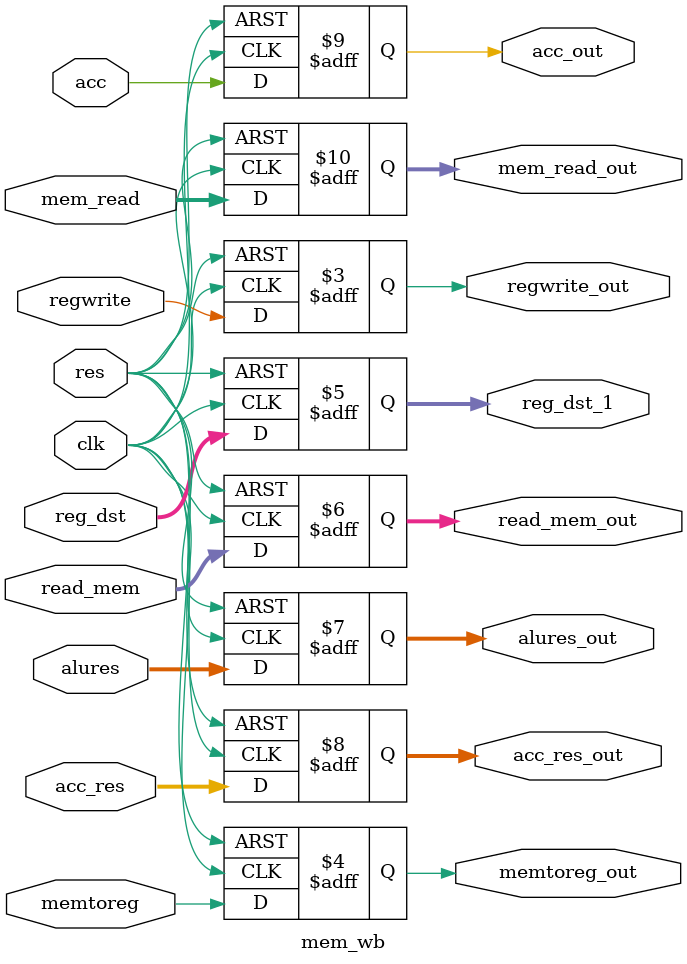
<source format=v>

module mem(input [31:0]address, input reset, input memwrite, input memread, input [31:0]write_data, output reg [31:0]read_data);
reg [7:0] mem [31:0];
reg [7:0]add1;
reg [7:0]add2;
reg [7:0]add3;
reg [7:0]add4;
always @(*)
begin
if (reset==0)
begin

mem[0] = 8'h00;
mem[1] = 8'h00;
mem[2] = 8'h00;
mem[3] = 8'h00;
mem[4] = 8'h00;
mem[5] = 8'h00;
mem[6] = 8'h00;
mem[7] = 8'h00;
mem[8] = 8'h00;
mem[9] = 8'h00;
mem[10] = 8'h00;
mem[11] = 8'h00;
mem[12] = 8'h00;
mem[13] = 8'h00;
mem[14] = 8'h00;
mem[15] = 8'h00;
mem[16] = 8'h00;
mem[17] = 8'h00;
mem[18] = 8'h00;
mem[19] = 8'h00;
mem[20] = 8'h00;
mem[21] = 8'h00;
mem[22] = 8'h00;
mem[23] = 8'h00;
mem[24] = 8'h00;
mem[25] = 8'h00;
mem[26] = 8'h00;
mem[27] = 8'h00;
mem[28] = 8'h00;
mem[29] = 8'h00;
mem[30] = 8'h00;
mem[31] = 8'h00;
end

add2 = address+1;
add3 = address+2;
add4 = address+3;

if (memwrite==1)
begin
mem[address]=write_data [7:0] ;
mem[add2]=write_data [15:8] ;
mem[add3]=write_data [23:16] ;
mem[add4]=write_data [31:24] ;
end

if (memread==1)
begin
read_data [7:0] = mem[address];
read_data [15:8] = mem[add2];
read_data [23:16] = mem[add3];
read_data [31:24] = mem[add4];
end
end
endmodule

///////////pipeline for mem/wb stage/////////////
module mem_wb(input [31:0]mem_read, input clk, input res, input regwrite, input memtoreg, input acc, 
 input [31:0]alures, input [4:0]reg_dst, input [31:0]read_mem, 
input [63:0]acc_res, output reg regwrite_out , output reg memtoreg_out , output reg [4:0]reg_dst_1, output reg [31:0]read_mem_out,
output reg [31:0]alures_out, output reg [63:0]acc_res_out, output reg acc_out, output reg [31:0]mem_read_out );
always@(posedge clk, negedge res)
begin
if (res==0)
begin
regwrite_out  <= 0;
memtoreg_out <= 0;
acc_out  <= 0 ;
alures_out <= 0;
acc_res_out <= 0;
reg_dst_1 <= 0;
read_mem_out <= 0;
mem_read_out <= 0;
end
else
begin

regwrite_out  <= regwrite;
memtoreg_out <= memtoreg ;
acc_out  <= acc ;
alures_out <= alures;
acc_res_out <= acc_res;
reg_dst_1 <= reg_dst;
read_mem_out <= read_mem;
mem_read_out <= mem_read;
end
end
endmodule

</source>
